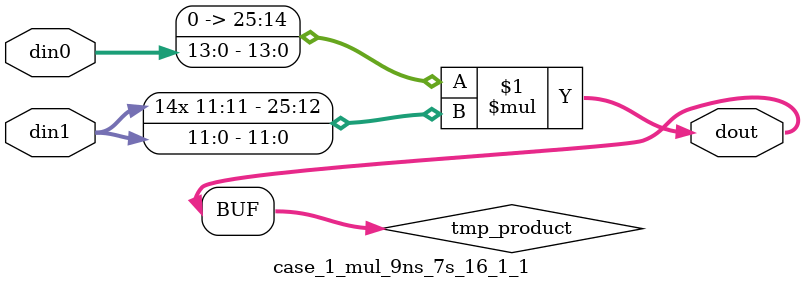
<source format=v>

`timescale 1 ns / 1 ps

 (* use_dsp = "no" *)  module case_1_mul_9ns_7s_16_1_1(din0, din1, dout);
parameter ID = 1;
parameter NUM_STAGE = 0;
parameter din0_WIDTH = 14;
parameter din1_WIDTH = 12;
parameter dout_WIDTH = 26;

input [din0_WIDTH - 1 : 0] din0; 
input [din1_WIDTH - 1 : 0] din1; 
output [dout_WIDTH - 1 : 0] dout;

wire signed [dout_WIDTH - 1 : 0] tmp_product;

























assign tmp_product = $signed({1'b0, din0}) * $signed(din1);










assign dout = tmp_product;





















endmodule

</source>
